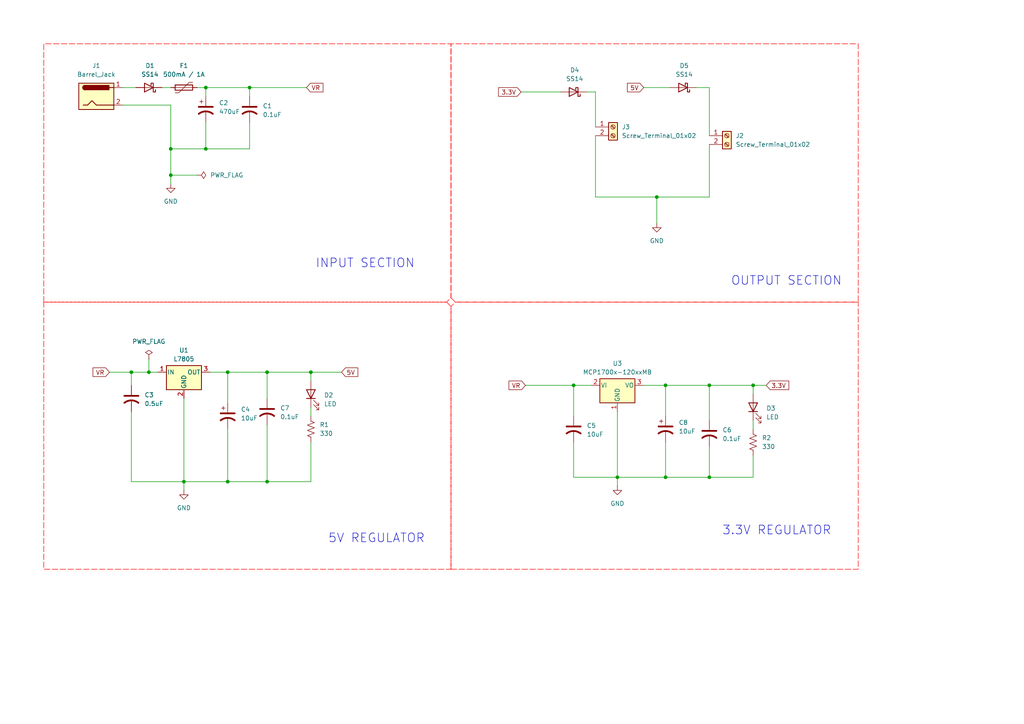
<source format=kicad_sch>
(kicad_sch (version 20250114) (generator "eeschema") (generator_version "9.0")
  (paper "A4")
  (lib_symbols
    (symbol "Connector:Barrel_Jack" (pin_names (offset 1.016))
      (property "Reference" "J" (at 0 5.334 0))
      (property "Value" "Barrel_Jack" (at 0 -5.08 0))
      (symbol "Barrel_Jack_0_1"
        (rectangle (start -5.08 3.81) (end 5.08 -3.81) (stroke (width 0.254)) (fill (type background)))
        (polyline (pts (xy -3.81 -2.54) (xy -2.54 -2.54) (xy -1.27 -1.27) (xy 0 -2.54) (xy 2.54 -2.54) (xy 5.08 -2.54)) (stroke (width 0.254)))
        (arc (start -3.302 1.905) (mid -3.9343 2.54) (end -3.302 3.175) (stroke (width 0.254)))
        (arc (start -3.302 1.905) (mid -3.9343 2.54) (end -3.302 3.175) (stroke (width 0.254)) (fill (type outline)))
        (rectangle (start 3.683 3.175) (end -3.302 1.905) (stroke (width 0.254)) (fill (type outline)))
        (polyline (pts (xy 5.08 2.54) (xy 3.81 2.54)) (stroke (width 0.254)))
      )
      (symbol "Barrel_Jack_1_1"
        (pin passive line (at 7.62 2.54 180) (length 2.54) (name "~") (number "1"))
        (pin passive line (at 7.62 -2.54 180) (length 2.54) (name "~") (number "2"))
      )
    )
    (symbol "Connector:Screw_Terminal_01x02" (pin_names (offset 1.016) (hide yes))
      (property "Reference" "J" (at 0 2.54 0))
      (property "Value" "Screw_Terminal_01x02" (at 0 -5.08 0))
      (symbol "Screw_Terminal_01x02_1_1"
        (rectangle (start -1.27 1.27) (end 1.27 -3.81) (stroke (width 0.254)) (fill (type background)))
        (polyline (pts (xy -0.5334 0.3302) (xy 0.3302 -0.508)) (stroke (width 0.1524)))
        (polyline (pts (xy -0.5334 -2.2098) (xy 0.3302 -3.048)) (stroke (width 0.1524)))
        (polyline (pts (xy -0.3556 0.508) (xy 0.508 -0.3302)) (stroke (width 0.1524)))
        (polyline (pts (xy -0.3556 -2.032) (xy 0.508 -2.8702)) (stroke (width 0.1524)))
        (circle (center 0 0) (radius 0.635) (stroke (width 0.1524)))
        (circle (center 0 -2.54) (radius 0.635) (stroke (width 0.1524)))
        (pin passive line (at -5.08 0 0) (length 3.81) (name "Pin_1") (number "1"))
        (pin passive line (at -5.08 -2.54 0) (length 3.81) (name "Pin_2") (number "2"))
      )
    )
    (symbol "Device:C_Polarized_US" (pin_numbers (hide yes)) (pin_names (offset 0.254) (hide yes))
      (property "Reference" "C" (at 0.635 2.54 0))
      (property "Value" "C_Polarized_US" (at 0.635 -2.54 0))
      (symbol "C_Polarized_US_0_1"
        (polyline (pts (xy -2.032 0.762) (xy 2.032 0.762)) (stroke (width 0.508)))
        (polyline (pts (xy -1.778 2.286) (xy -0.762 2.286)))
        (polyline (pts (xy -1.27 1.778) (xy -1.27 2.794)))
        (arc (start -2.032 -1.27) (mid 0 -0.5572) (end 2.032 -1.27) (stroke (width 0.508)))
      )
      (symbol "C_Polarized_US_1_1"
        (pin passive line (at 0 3.81 270) (length 2.794) (name "~") (number "1"))
        (pin passive line (at 0 -3.81 90) (length 3.302) (name "~") (number "2"))
      )
    )
    (symbol "Device:C_US" (pin_numbers (hide yes)) (pin_names (offset 0.254) (hide yes))
      (property "Reference" "C" (at 0.635 2.54 0))
      (property "Value" "C_US" (at 0.635 -2.54 0))
      (symbol "C_US_0_1"
        (polyline (pts (xy -2.032 0.762) (xy 2.032 0.762)) (stroke (width 0.508)))
        (arc (start -2.032 -1.27) (mid 0 -0.5572) (end 2.032 -1.27) (stroke (width 0.508)))
      )
      (symbol "C_US_1_1"
        (pin passive line (at 0 3.81 270) (length 2.794) (name "~") (number "1"))
        (pin passive line (at 0 -3.81 90) (length 3.302) (name "~") (number "2"))
      )
    )
    (symbol "Device:LED" (pin_numbers (hide yes)) (pin_names (offset 1.016) (hide yes))
      (property "Reference" "D" (at 0 2.54 0))
      (property "Value" "LED" (at 0 -2.54 0))
      (symbol "LED_0_1"
        (polyline (pts (xy -3.048 -0.762) (xy -4.572 -2.286) (xy -3.81 -2.286) (xy -4.572 -2.286) (xy -4.572 -1.524)))
        (polyline (pts (xy -1.778 -0.762) (xy -3.302 -2.286) (xy -2.54 -2.286) (xy -3.302 -2.286) (xy -3.302 -1.524)))
        (polyline (pts (xy -1.27 0) (xy 1.27 0)))
        (polyline (pts (xy -1.27 -1.27) (xy -1.27 1.27)) (stroke (width 0.254)))
        (polyline (pts (xy 1.27 -1.27) (xy 1.27 1.27) (xy -1.27 0) (xy 1.27 -1.27)) (stroke (width 0.254)))
      )
      (symbol "LED_1_1"
        (pin passive line (at -3.81 0 0) (length 2.54) (name "K") (number "1"))
        (pin passive line (at 3.81 0 180) (length 2.54) (name "A") (number "2"))
      )
    )
    (symbol "Device:Polyfuse" (pin_numbers (hide yes)) (pin_names (offset 0))
      (property "Reference" "F" (at -2.54 0 90))
      (property "Value" "Polyfuse" (at 2.54 0 90))
      (symbol "Polyfuse_0_1"
        (polyline (pts (xy -1.524 2.54) (xy -1.524 1.524) (xy 1.524 -1.524) (xy 1.524 -2.54)))
        (rectangle (start -0.762 2.54) (end 0.762 -2.54) (stroke (width 0.254)))
        (polyline (pts (xy 0 2.54) (xy 0 -2.54)))
      )
      (symbol "Polyfuse_1_1"
        (pin passive line (at 0 3.81 270) (length 1.27) (name "~") (number "1"))
        (pin passive line (at 0 -3.81 90) (length 1.27) (name "~") (number "2"))
      )
    )
    (symbol "Device:R_US" (pin_numbers (hide yes)) (pin_names (offset 0))
      (property "Reference" "R" (at 2.54 0 90))
      (property "Value" "R_US" (at -2.54 0 90))
      (symbol "R_US_0_1"
        (polyline (pts (xy 0 2.286) (xy 0 2.54)))
        (polyline (pts (xy 0 2.286) (xy 1.016 1.905) (xy 0 1.524) (xy -1.016 1.143) (xy 0 0.762)))
        (polyline (pts (xy 0 0.762) (xy 1.016 0.381) (xy 0 0) (xy -1.016 -0.381) (xy 0 -0.762)))
        (polyline (pts (xy 0 -0.762) (xy 1.016 -1.143) (xy 0 -1.524) (xy -1.016 -1.905) (xy 0 -2.286)))
        (polyline (pts (xy 0 -2.286) (xy 0 -2.54)))
      )
      (symbol "R_US_1_1"
        (pin passive line (at 0 3.81 270) (length 1.27) (name "~") (number "1"))
        (pin passive line (at 0 -3.81 90) (length 1.27) (name "~") (number "2"))
      )
    )
    (symbol "Diode:SS14" (pin_numbers (hide yes)) (pin_names (offset 1.016) (hide yes))
      (property "Reference" "D" (at 0 2.54 0))
      (property "Value" "SS14" (at 0 -2.54 0))
      (symbol "SS14_0_1"
        (polyline (pts (xy -1.905 0.635) (xy -1.905 1.27) (xy -1.27 1.27) (xy -1.27 -1.27) (xy -0.635 -1.27) (xy -0.635 -0.635)) (stroke (width 0.254)))
        (polyline (pts (xy 1.27 1.27) (xy 1.27 -1.27) (xy -1.27 0) (xy 1.27 1.27)) (stroke (width 0.254)))
        (polyline (pts (xy 1.27 0) (xy -1.27 0)))
      )
      (symbol "SS14_1_1"
        (pin passive line (at -3.81 0 0) (length 2.54) (name "K") (number "1"))
        (pin passive line (at 3.81 0 180) (length 2.54) (name "A") (number "2"))
      )
    )
    (symbol "Regulator_Linear:L7805" (pin_names (offset 0.254))
      (property "Reference" "U" (at -3.81 3.175 0))
      (property "Value" "L7805" (at 0 3.175 0))
      (symbol "L7805_0_1"
        (rectangle (start -5.08 1.905) (end 5.08 -5.08) (stroke (width 0.254)) (fill (type background)))
      )
      (symbol "L7805_1_1"
        (pin power_in line (at -7.62 0 0) (length 2.54) (name "IN") (number "1"))
        (pin power_in line (at 0 -7.62 90) (length 2.54) (name "GND") (number "2"))
        (pin power_out line (at 7.62 0 180) (length 2.54) (name "OUT") (number "3"))
      )
    )
    (symbol "Regulator_Linear:MCP1700x-120xxMB" (pin_names (offset 0.254))
      (property "Reference" "U" (at -3.81 3.175 0))
      (property "Value" "MCP1700x-120xxMB" (at 0 3.175 0))
      (symbol "MCP1700x-120xxMB_0_1"
        (rectangle (start -5.08 -5.08) (end 5.08 1.905) (stroke (width 0.254)) (fill (type background)))
      )
      (symbol "MCP1700x-120xxMB_1_1"
        (pin power_in line (at -7.62 0 0) (length 2.54) (name "VI") (number "2"))
        (pin power_in line (at 0 -7.62 90) (length 2.54) (name "GND") (number "1"))
        (pin power_out line (at 7.62 0 180) (length 2.54) (name "VO") (number "3"))
      )
    )
    (symbol "power:GND" (power) (pin_numbers (hide yes)) (pin_names (offset 0) (hide yes))
      (property "Value" "GND" (at 0 -3.81 0))
      (symbol "GND_0_1"
        (polyline (pts (xy 0 0) (xy 0 -1.27) (xy 1.27 -1.27) (xy 0 -2.54) (xy -1.27 -1.27) (xy 0 -1.27)))
      )
      (symbol "GND_1_1"
        (pin power_in line (at 0 0 270) (length 0) (name "~") (number "1"))
      )
    )
    (symbol "power:PWR_FLAG" (power) (pin_numbers (hide yes)) (pin_names (offset 0) (hide yes))
      (property "Value" "PWR_FLAG" (at 0 3.81 0))
      (symbol "PWR_FLAG_0_0"
        (pin power_out line (at 0 0 90) (length 0) (name "~") (number "1"))
      )
      (symbol "PWR_FLAG_0_1"
        (polyline (pts (xy 0 0) (xy 0 1.27) (xy -1.016 1.905) (xy 0 2.54) (xy 1.016 1.905) (xy 0 1.27)))
      )
    )
  )
  (text "OUTPUT SECTION" (at 228.092 81.534 0) (effects (font (size 2.54 2.54))))
  (text "3.3V REGULATOR" (at 225.298 153.924 0) (effects (font (size 2.54 2.54))))
  (text "5V REGULATOR" (at 109.22 156.21 0) (effects (font (size 2.54 2.54))))
  (text "INPUT SECTION\n" (at 105.918 76.454 0) (effects (font (size 2.54 2.54))))
  (junction (at 190.5 57.15))
  (junction (at 66.04 107.95))
  (junction (at 166.37 111.76))
  (junction (at 77.47 139.7))
  (junction (at 53.34 139.7))
  (junction (at 218.44 111.76))
  (junction (at 49.53 50.8))
  (junction (at 66.04 139.7))
  (junction (at 59.69 43.18))
  (junction (at 179.07 138.43))
  (junction (at 77.47 107.95))
  (junction (at 43.18 107.95))
  (junction (at 59.69 25.4))
  (junction (at 90.17 107.95))
  (junction (at 193.04 138.43))
  (junction (at 193.04 111.76))
  (junction (at 49.53 43.18))
  (junction (at 205.74 138.43))
  (junction (at 205.74 111.76))
  (junction (at 72.39 25.4))
  (junction (at 38.1 107.95))
  (wire (pts (xy 38.1 111.76) (xy 38.1 107.95)))
  (wire (pts (xy 77.47 115.57) (xy 77.47 107.95)))
  (wire (pts (xy 151.13 26.67) (xy 162.56 26.67)))
  (wire (pts (xy 43.18 104.14) (xy 43.18 107.95)))
  (wire (pts (xy 166.37 111.76) (xy 166.37 120.65)))
  (wire (pts (xy 90.17 128.27) (xy 90.17 139.7)))
  (wire (pts (xy 205.74 57.15) (xy 190.5 57.15)))
  (wire (pts (xy 99.06 107.95) (xy 90.17 107.95)))
  (wire (pts (xy 172.72 36.83) (xy 172.72 26.67)))
  (wire (pts (xy 166.37 128.27) (xy 166.37 138.43)))
  (wire (pts (xy 38.1 119.38) (xy 38.1 139.7)))
  (wire (pts (xy 66.04 124.46) (xy 66.04 139.7)))
  (wire (pts (xy 166.37 138.43) (xy 179.07 138.43)))
  (wire (pts (xy 38.1 107.95) (xy 43.18 107.95)))
  (wire (pts (xy 218.44 132.08) (xy 218.44 138.43)))
  (wire (pts (xy 77.47 123.19) (xy 77.47 139.7)))
  (wire (pts (xy 205.74 121.92) (xy 205.74 111.76)))
  (wire (pts (xy 186.69 25.4) (xy 194.31 25.4)))
  (wire (pts (xy 190.5 57.15) (xy 190.5 64.77)))
  (wire (pts (xy 66.04 116.84) (xy 66.04 107.95)))
  (wire (pts (xy 193.04 128.27) (xy 193.04 138.43)))
  (wire (pts (xy 205.74 138.43) (xy 193.04 138.43)))
  (wire (pts (xy 53.34 115.57) (xy 53.34 139.7)))
  (wire (pts (xy 193.04 138.43) (xy 179.07 138.43)))
  (wire (pts (xy 205.74 129.54) (xy 205.74 138.43)))
  (wire (pts (xy 201.93 25.4) (xy 205.74 25.4)))
  (wire (pts (xy 193.04 120.65) (xy 193.04 111.76)))
  (wire (pts (xy 57.15 25.4) (xy 59.69 25.4)))
  (wire (pts (xy 49.53 50.8) (xy 57.15 50.8)))
  (wire (pts (xy 72.39 25.4) (xy 88.9 25.4)))
  (wire (pts (xy 49.53 30.48) (xy 49.53 43.18)))
  (wire (pts (xy 46.99 25.4) (xy 49.53 25.4)))
  (wire (pts (xy 172.72 57.15) (xy 190.5 57.15)))
  (wire (pts (xy 90.17 107.95) (xy 90.17 110.49)))
  (wire (pts (xy 193.04 111.76) (xy 205.74 111.76)))
  (wire (pts (xy 172.72 39.37) (xy 172.72 57.15)))
  (wire (pts (xy 49.53 43.18) (xy 59.69 43.18)))
  (wire (pts (xy 38.1 139.7) (xy 53.34 139.7)))
  (wire (pts (xy 179.07 119.38) (xy 179.07 138.43)))
  (wire (pts (xy 60.96 107.95) (xy 66.04 107.95)))
  (wire (pts (xy 218.44 111.76) (xy 222.25 111.76)))
  (wire (pts (xy 72.39 27.94) (xy 72.39 25.4)))
  (wire (pts (xy 218.44 138.43) (xy 205.74 138.43)))
  (wire (pts (xy 171.45 111.76) (xy 166.37 111.76)))
  (wire (pts (xy 72.39 25.4) (xy 59.69 25.4)))
  (wire (pts (xy 31.75 107.95) (xy 38.1 107.95)))
  (wire (pts (xy 218.44 111.76) (xy 205.74 111.76)))
  (wire (pts (xy 43.18 107.95) (xy 45.72 107.95)))
  (wire (pts (xy 35.56 25.4) (xy 39.37 25.4)))
  (wire (pts (xy 186.69 111.76) (xy 193.04 111.76)))
  (wire (pts (xy 77.47 139.7) (xy 66.04 139.7)))
  (wire (pts (xy 59.69 43.18) (xy 72.39 43.18)))
  (wire (pts (xy 205.74 25.4) (xy 205.74 39.37)))
  (wire (pts (xy 205.74 41.91) (xy 205.74 57.15)))
  (wire (pts (xy 218.44 121.92) (xy 218.44 124.46)))
  (wire (pts (xy 218.44 114.3) (xy 218.44 111.76)))
  (wire (pts (xy 90.17 118.11) (xy 90.17 120.65)))
  (wire (pts (xy 179.07 138.43) (xy 179.07 140.97)))
  (wire (pts (xy 49.53 43.18) (xy 49.53 50.8)))
  (wire (pts (xy 152.4 111.76) (xy 166.37 111.76)))
  (wire (pts (xy 90.17 139.7) (xy 77.47 139.7)))
  (wire (pts (xy 72.39 35.56) (xy 72.39 43.18)))
  (wire (pts (xy 170.18 26.67) (xy 172.72 26.67)))
  (wire (pts (xy 59.69 35.56) (xy 59.69 43.18)))
  (wire (pts (xy 90.17 107.95) (xy 77.47 107.95)))
  (wire (pts (xy 35.56 30.48) (xy 49.53 30.48)))
  (wire (pts (xy 49.53 50.8) (xy 49.53 53.34)))
  (wire (pts (xy 66.04 139.7) (xy 53.34 139.7)))
  (wire (pts (xy 77.47 107.95) (xy 66.04 107.95)))
  (wire (pts (xy 53.34 139.7) (xy 53.34 142.24)))
  (wire (pts (xy 59.69 25.4) (xy 59.69 27.94)))
  (global_label "VR" (shape input) (at 88.9 25.4 0) (property "Intersheetrefs" "${INTERSHEET_REFS}" (effects (hide yes))))
  (global_label "VR" (shape input) (at 31.75 107.95 180) (property "Intersheetrefs" "${INTERSHEET_REFS}" (effects (hide yes))))
  (global_label "3.3V" (shape input) (at 151.13 26.67 180) (property "Intersheetrefs" "${INTERSHEET_REFS}" (effects (hide yes))))
  (global_label "VR" (shape input) (at 152.4 111.76 180) (property "Intersheetrefs" "${INTERSHEET_REFS}" (effects (hide yes))))
  (global_label "5V" (shape input) (at 186.69 25.4 180) (property "Intersheetrefs" "${INTERSHEET_REFS}" (effects (hide yes))))
  (global_label "3.3V" (shape input) (at 222.25 111.76 0) (property "Intersheetrefs" "${INTERSHEET_REFS}" (effects (hide yes))))
  (global_label "5V" (shape input) (at 99.06 107.95 0) (property "Intersheetrefs" "${INTERSHEET_REFS}" (effects (hide yes))))
  (rule_area (polyline (pts (xy 129.54 87.63) (xy 130.81 88.9) (xy 130.81 165.1) (xy 12.7 165.1) (xy 12.7 87.63)) (stroke (width 0) (type dash))))
  (rule_area (polyline (pts (xy 130.81 165.1) (xy 248.92 165.1) (xy 248.92 87.63) (xy 132.08 87.63) (xy 130.81 88.9)) (stroke (width 0) (type dash))))
  (rule_area (polyline (pts (xy 130.81 86.36) (xy 132.08 87.63) (xy 248.92 87.63) (xy 248.92 12.7) (xy 130.81 12.7)) (stroke (width 0) (type dash))))
  (rule_area (polyline (pts (xy 12.7 87.63) (xy 12.7 12.7) (xy 130.81 12.7) (xy 130.81 86.36) (xy 129.54 87.63)) (stroke (width 0) (type dash))))
  (symbol (lib_id "Device:C_US") (at 77.47 119.38 0) (unit 1)
    (property "Reference" "C7" (at 81.28 118.3639 0) (effects (justify left)))
    (property "Value" "0.1uF" (at 81.28 120.9039 0) (effects (justify left)))
    (property "Footprint" "Capacitor_THT:CP_Axial_L10.0mm_D4.5mm_P15.00mm_Horizontal" (effects (hide yes)))
    (property "Description" "capacitor, US symbol" (effects (hide yes)))
  )
  (symbol (lib_id "Diode:SS14") (at 43.18 25.4 180) (unit 1)
    (property "Reference" "D1" (at 43.4975 19.05 0))
    (property "Value" "SS14" (at 43.4975 21.59 0))
    (property "Footprint" "Diode_SMD:D_SMA" (effects (hide yes)))
    (property "Datasheet" "https://www.vishay.com/docs/88746/ss12.pdf" (effects (hide yes)))
    (property "Description" "40V 1A Schottky Diode, SMA" (effects (hide yes)))
    (property "Sim.Library" ".\\" (effects (hide yes)))
  )
  (symbol (lib_id "Device:C_US") (at 205.74 125.73 0) (unit 1)
    (property "Reference" "C6" (at 209.55 124.7139 0) (effects (justify left)))
    (property "Value" "0.1uF" (at 209.55 127.2539 0) (effects (justify left)))
    (property "Footprint" "Capacitor_THT:CP_Axial_L10.0mm_D4.5mm_P15.00mm_Horizontal" (effects (hide yes)))
    (property "Description" "capacitor, US symbol" (effects (hide yes)))
  )
  (symbol (lib_id "Device:Polyfuse") (at 53.34 25.4 90) (unit 1)
    (property "Reference" "F1" (at 53.34 19.05 90))
    (property "Value" "500mA / 1A" (at 53.34 21.59 90))
    (property "Description" "Resettable fuse, polymeric positive temperature coefficient" (effects (hide yes)))
  )
  (symbol (lib_id "power:GND") (at 53.34 142.24 0) (unit 1)
    (property "Reference" "#PWR02" (effects (hide yes)))
    (property "Value" "GND" (at 53.34 147.32 0))
    (property "Description" "Power symbol creates a global label with name \"GND\" , ground" (effects (hide yes)))
  )
  (symbol (lib_id "power:GND") (at 179.07 140.97 0) (unit 1)
    (property "Reference" "#PWR03" (effects (hide yes)))
    (property "Value" "GND" (at 179.07 146.05 0))
    (property "Description" "Power symbol creates a global label with name \"GND\" , ground" (effects (hide yes)))
  )
  (symbol (lib_id "Device:R_US") (at 218.44 128.27 0) (unit 1)
    (property "Reference" "R2" (at 220.98 126.9999 0) (effects (justify left)))
    (property "Value" "330" (at 220.98 129.5399 0) (effects (justify left)))
    (property "Description" "Resistor, US symbol" (effects (hide yes)))
  )
  (symbol (lib_id "Regulator_Linear:MCP1700x-120xxMB") (at 179.07 111.76 0) (unit 1)
    (property "Reference" "U3" (at 179.07 105.41 0))
    (property "Value" "MCP1700x-120xxMB" (at 179.07 107.95 0))
    (property "Footprint" "Package_TO_SOT_SMD:SOT-89-3" (effects (hide yes)))
    (property "Datasheet" "http://ww1.microchip.com/downloads/en/DeviceDoc/20001826D.pdf" (effects (hide yes)))
    (property "Description" "250mA Low Quiscent Current LDO, 1.2V output, SOT-89" (effects (hide yes)))
  )
  (symbol (lib_id "Connector:Screw_Terminal_01x02") (at 177.8 36.83 0) (unit 1)
    (property "Reference" "J3" (at 180.34 36.8299 0) (effects (justify left)))
    (property "Value" "Screw_Terminal_01x02" (at 180.34 39.3699 0) (effects (justify left)))
    (property "Description" "Generic screw terminal, single row, 01x02, script generated (kicad-library-utils/schlib/autogen/connector/)" (effects (hide yes)))
  )
  (symbol (lib_id "Device:C_US") (at 166.37 124.46 0) (unit 1)
    (property "Reference" "C5" (at 170.18 123.4439 0) (effects (justify left)))
    (property "Value" "10uF" (at 170.18 125.9839 0) (effects (justify left)))
    (property "Footprint" "Capacitor_THT:CP_Axial_L10.0mm_D4.5mm_P15.00mm_Horizontal" (effects (hide yes)))
    (property "Description" "capacitor, US symbol" (effects (hide yes)))
  )
  (symbol (lib_id "Regulator_Linear:L7805") (at 53.34 107.95 0) (unit 1)
    (property "Reference" "U1" (at 53.34 101.6 0))
    (property "Value" "L7805" (at 53.34 104.14 0))
    (property "Datasheet" "http://www.st.com/content/ccc/resource/technical/document/datasheet/41/4f/b3/b0/12/d4/47/88/CD00000444.pdf/files/CD00000444.pdf/jcr:content/translations/en.CD00000444.pdf" (effects (hide yes)))
    (property "Description" "Positive 1.5A 35V Linear Regulator, Fixed Output 5V, TO-220/TO-263/TO-252" (effects (hide yes)))
  )
  (symbol (lib_id "Device:C_Polarized_US") (at 59.69 31.75 0) (unit 1)
    (property "Reference" "C2" (at 63.5 29.8449 0) (effects (justify left)))
    (property "Value" "470uF" (at 63.5 32.3849 0) (effects (justify left)))
    (property "Footprint" "Capacitor_THT:CP_Axial_L10.0mm_D4.5mm_P15.00mm_Horizontal" (effects (hide yes)))
    (property "Description" "Polarized capacitor, US symbol" (effects (hide yes)))
  )
  (symbol (lib_id "power:GND") (at 190.5 64.77 0) (unit 1)
    (property "Reference" "#PWR04" (effects (hide yes)))
    (property "Value" "GND" (at 190.5 69.85 0))
    (property "Description" "Power symbol creates a global label with name \"GND\" , ground" (effects (hide yes)))
  )
  (symbol (lib_id "Diode:SS14") (at 166.37 26.67 180) (unit 1)
    (property "Reference" "D4" (at 166.6875 20.32 0))
    (property "Value" "SS14" (at 166.6875 22.86 0))
    (property "Footprint" "Diode_SMD:D_SMA" (effects (hide yes)))
    (property "Datasheet" "https://www.vishay.com/docs/88746/ss12.pdf" (effects (hide yes)))
    (property "Description" "40V 1A Schottky Diode, SMA" (effects (hide yes)))
  )
  (symbol (lib_id "Connector:Barrel_Jack") (at 27.94 27.94 0) (unit 1)
    (property "Reference" "J1" (at 27.94 19.05 0))
    (property "Value" "Barrel_Jack" (at 27.94 21.59 0))
    (property "Description" "DC Barrel Jack" (effects (hide yes)))
  )
  (symbol (lib_id "power:PWR_FLAG") (at 43.18 104.14 0) (unit 1)
    (property "Reference" "#FLG02" (effects (hide yes)))
    (property "Value" "PWR_FLAG" (at 43.18 99.06 0))
    (property "Description" "Special symbol for telling ERC where power comes from" (effects (hide yes)))
  )
  (symbol (lib_id "Device:R_US") (at 90.17 124.46 0) (unit 1)
    (property "Reference" "R1" (at 92.71 123.1899 0) (effects (justify left)))
    (property "Value" "330" (at 92.71 125.7299 0) (effects (justify left)))
    (property "Description" "Resistor, US symbol" (effects (hide yes)))
  )
  (symbol (lib_id "power:GND") (at 49.53 53.34 0) (unit 1)
    (property "Reference" "#PWR01" (effects (hide yes)))
    (property "Value" "GND" (at 49.53 58.42 0))
    (property "Description" "Power symbol creates a global label with name \"GND\" , ground" (effects (hide yes)))
  )
  (symbol (lib_id "Device:C_Polarized_US") (at 193.04 124.46 0) (unit 1)
    (property "Reference" "C8" (at 196.85 122.5549 0) (effects (justify left)))
    (property "Value" "10uF" (at 196.85 125.0949 0) (effects (justify left)))
    (property "Footprint" "Capacitor_THT:CP_Axial_L10.0mm_D4.5mm_P15.00mm_Horizontal" (effects (hide yes)))
    (property "Description" "Polarized capacitor, US symbol" (effects (hide yes)))
  )
  (symbol (lib_id "Device:LED") (at 90.17 114.3 90) (unit 1)
    (property "Reference" "D2" (at 93.98 114.6174 90) (effects (justify right)))
    (property "Value" "LED" (at 93.98 117.1574 90) (effects (justify right)))
    (property "Footprint" "LED_THT:LED_D3.0mm" (effects (hide yes)))
    (property "Description" "Light emitting diode" (effects (hide yes)))
    (property "Sim.Pins" "1=K 2=A" (effects (hide yes)))
  )
  (symbol (lib_id "Connector:Screw_Terminal_01x02") (at 210.82 39.37 0) (unit 1)
    (property "Reference" "J2" (at 213.36 39.3699 0) (effects (justify left)))
    (property "Value" "Screw_Terminal_01x02" (at 213.36 41.9099 0) (effects (justify left)))
    (property "Description" "Generic screw terminal, single row, 01x02, script generated (kicad-library-utils/schlib/autogen/connector/)" (effects (hide yes)))
  )
  (symbol (lib_id "Device:C_Polarized_US") (at 66.04 120.65 0) (unit 1)
    (property "Reference" "C4" (at 69.85 118.7449 0) (effects (justify left)))
    (property "Value" "10uF" (at 69.85 121.2849 0) (effects (justify left)))
    (property "Footprint" "Capacitor_THT:CP_Axial_L10.0mm_D4.5mm_P15.00mm_Horizontal" (effects (hide yes)))
    (property "Description" "Polarized capacitor, US symbol" (effects (hide yes)))
  )
  (symbol (lib_id "Device:LED") (at 218.44 118.11 90) (unit 1)
    (property "Reference" "D3" (at 222.25 118.4274 90) (effects (justify right)))
    (property "Value" "LED" (at 222.25 120.9674 90) (effects (justify right)))
    (property "Footprint" "LED_THT:LED_D3.0mm" (effects (hide yes)))
    (property "Description" "Light emitting diode" (effects (hide yes)))
    (property "Sim.Pins" "1=K 2=A" (effects (hide yes)))
  )
  (symbol (lib_id "Diode:SS14") (at 198.12 25.4 180) (unit 1)
    (property "Reference" "D5" (at 198.4375 19.05 0))
    (property "Value" "SS14" (at 198.4375 21.59 0))
    (property "Footprint" "Diode_SMD:D_SMA" (effects (hide yes)))
    (property "Datasheet" "https://www.vishay.com/docs/88746/ss12.pdf" (effects (hide yes)))
    (property "Description" "40V 1A Schottky Diode, SMA" (effects (hide yes)))
  )
  (symbol (lib_id "Device:C_US") (at 72.39 31.75 0) (unit 1)
    (property "Reference" "C1" (at 76.2 30.7339 0) (effects (justify left)))
    (property "Value" "0.1uF" (at 76.2 33.2739 0) (effects (justify left)))
    (property "Footprint" "Capacitor_THT:CP_Axial_L10.0mm_D4.5mm_P15.00mm_Horizontal" (effects (hide yes)))
    (property "Description" "capacitor, US symbol" (effects (hide yes)))
  )
  (symbol (lib_id "power:PWR_FLAG") (at 57.15 50.8 270) (unit 1)
    (property "Reference" "#FLG01" (effects (hide yes)))
    (property "Value" "PWR_FLAG" (at 60.96 50.7999 90) (effects (justify left)))
    (property "Description" "Special symbol for telling ERC where power comes from" (effects (hide yes)))
  )
  (symbol (lib_id "Device:C_US") (at 38.1 115.57 0) (unit 1)
    (property "Reference" "C3" (at 41.91 114.5539 0) (effects (justify left)))
    (property "Value" "0.5uF" (at 41.91 117.0939 0) (effects (justify left)))
    (property "Footprint" "Capacitor_THT:CP_Axial_L10.0mm_D4.5mm_P15.00mm_Horizontal" (effects (hide yes)))
    (property "Description" "capacitor, US symbol" (effects (hide yes)))
  )
)
</source>
